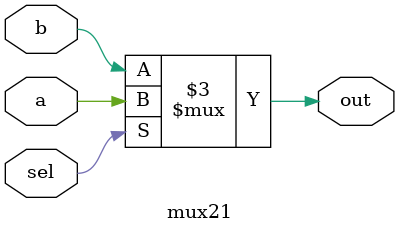
<source format=v>
module mux21 (a,b,sel,out);
input wire a,b,sel;
	output reg out;
	always@(a or b or sel)
		
		
		if(sel)
			out=a;
		else
			out=b;
	
endmodule

</source>
